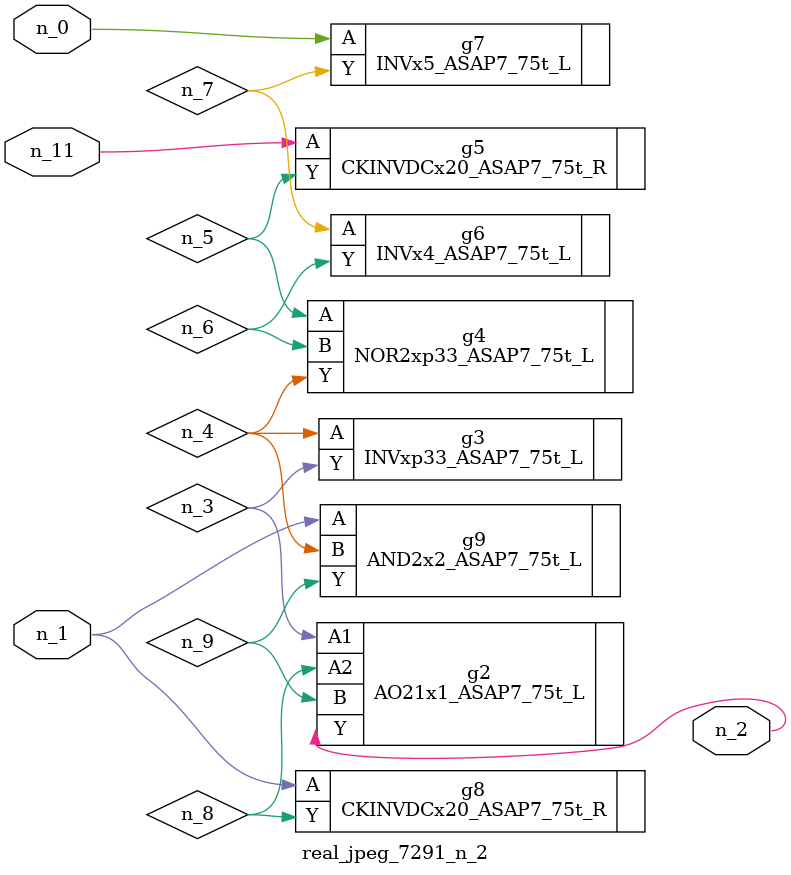
<source format=v>
module real_jpeg_7291_n_2 (n_1, n_11, n_0, n_2);

input n_1;
input n_11;
input n_0;

output n_2;

wire n_5;
wire n_8;
wire n_4;
wire n_6;
wire n_7;
wire n_3;
wire n_9;

INVx5_ASAP7_75t_L g7 ( 
.A(n_0),
.Y(n_7)
);

CKINVDCx20_ASAP7_75t_R g8 ( 
.A(n_1),
.Y(n_8)
);

AND2x2_ASAP7_75t_L g9 ( 
.A(n_1),
.B(n_4),
.Y(n_9)
);

AO21x1_ASAP7_75t_L g2 ( 
.A1(n_3),
.A2(n_8),
.B(n_9),
.Y(n_2)
);

INVxp33_ASAP7_75t_L g3 ( 
.A(n_4),
.Y(n_3)
);

NOR2xp33_ASAP7_75t_L g4 ( 
.A(n_5),
.B(n_6),
.Y(n_4)
);

INVx4_ASAP7_75t_L g6 ( 
.A(n_7),
.Y(n_6)
);

CKINVDCx20_ASAP7_75t_R g5 ( 
.A(n_11),
.Y(n_5)
);


endmodule
</source>
